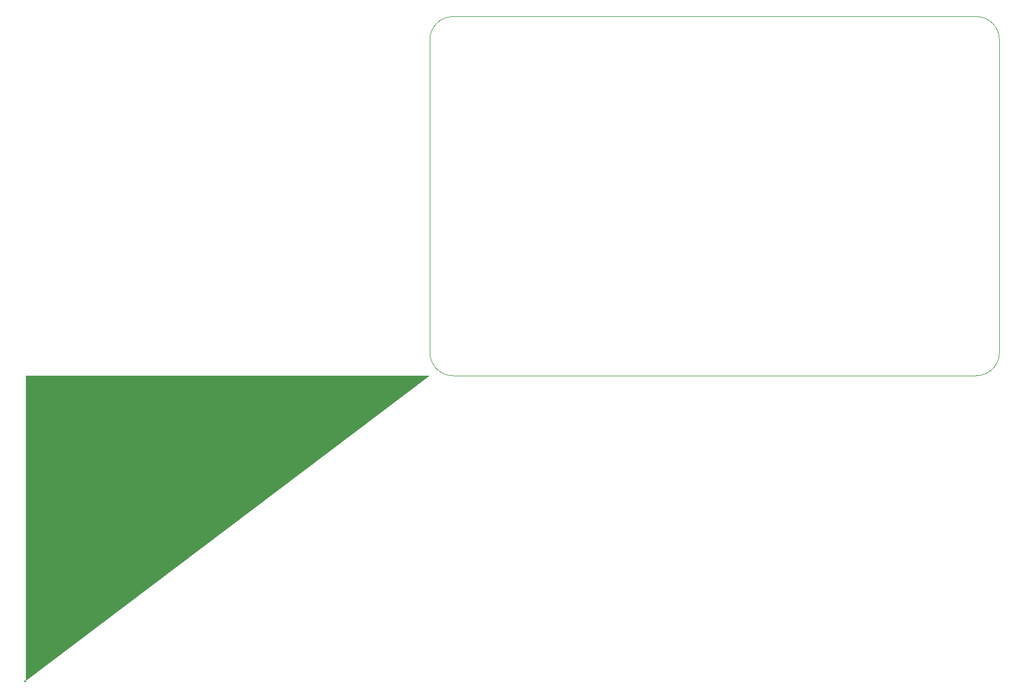
<source format=gbr>
G04*
G04 #@! TF.GenerationSoftware,Altium Limited,Altium Designer,24.9.1 (31)*
G04*
G04 Layer_Color=0*
%FSLAX25Y25*%
%MOIN*%
G70*
G04*
G04 #@! TF.SameCoordinates,A25FCC72-9D46-4550-BA20-9C7FB643A395*
G04*
G04*
G04 #@! TF.FilePolarity,Positive*
G04*
G01*
G75*
%ADD31C,0.00100*%
G36*
D02*
D01*
X-239000D01*
Y-180500D01*
X-240000D01*
Y-181500D01*
D02*
G37*
G36*
D02*
D01*
X-239000D01*
Y-180500D01*
X-240000D01*
Y-181500D01*
D02*
G37*
G36*
D02*
D01*
X-239000D01*
Y-180500D01*
X-240000D01*
Y-181500D01*
D02*
G37*
G36*
D02*
D01*
X-239000D01*
Y-180500D01*
X-240000D01*
Y-181500D01*
D02*
G37*
G36*
D02*
D01*
X-239000D01*
Y-180500D01*
X-240000D01*
Y-181500D01*
D02*
G37*
D31*
X0Y13657D02*
G03*
X13657Y0I13657J0D01*
G01*
X323343D01*
D02*
G03*
X337000Y13657I0J13657D01*
G01*
Y198843D01*
D02*
G03*
X323343Y212500I-13657J0D01*
G01*
X13657D01*
D02*
G03*
X0Y198843I0J-13657D01*
G01*
Y13657D01*
M02*

</source>
